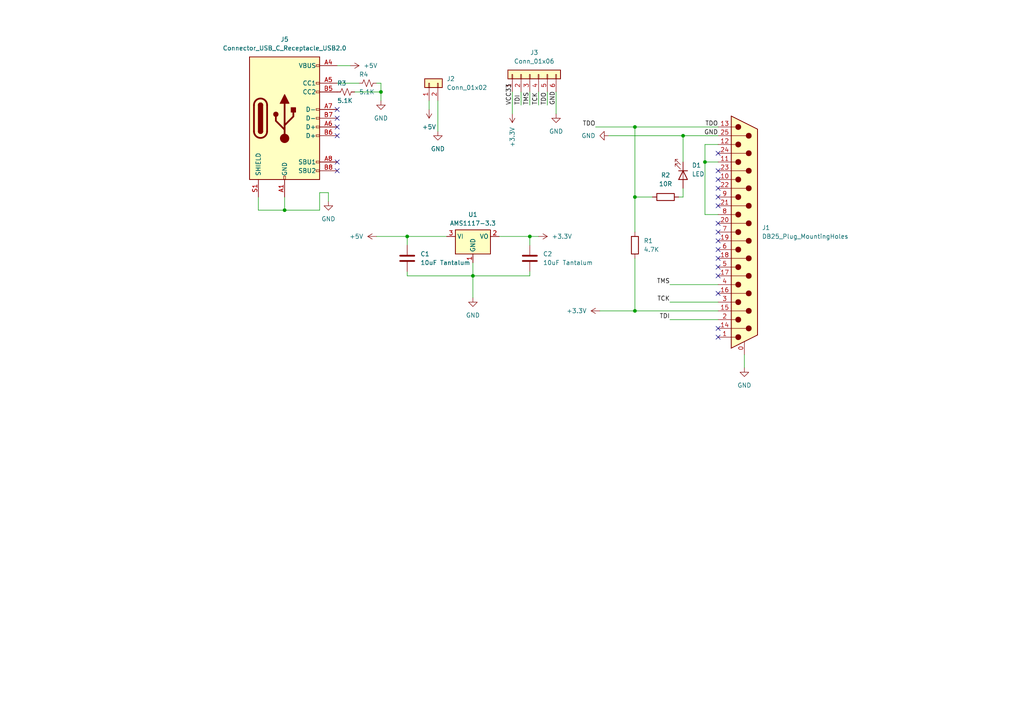
<source format=kicad_sch>
(kicad_sch (version 20230121) (generator eeschema)

  (uuid 150770a9-6a26-458d-bc17-5ba33fa5dc54)

  (paper "A4")

  (lib_symbols
    (symbol "Connector:DB25_Plug_MountingHoles" (pin_names (offset 1.016) hide) (in_bom yes) (on_board yes)
      (property "Reference" "J" (at 0 36.83 0)
        (effects (font (size 1.27 1.27)))
      )
      (property "Value" "DB25_Plug_MountingHoles" (at 0 34.925 0)
        (effects (font (size 1.27 1.27)))
      )
      (property "Footprint" "" (at 0 0 0)
        (effects (font (size 1.27 1.27)) hide)
      )
      (property "Datasheet" " ~" (at 0 0 0)
        (effects (font (size 1.27 1.27)) hide)
      )
      (property "ki_keywords" "male plug D-SUB connector" (at 0 0 0)
        (effects (font (size 1.27 1.27)) hide)
      )
      (property "ki_description" "25-pin male plug pin D-SUB connector, Mounting Hole" (at 0 0 0)
        (effects (font (size 1.27 1.27)) hide)
      )
      (property "ki_fp_filters" "DSUB*Male*" (at 0 0 0)
        (effects (font (size 1.27 1.27)) hide)
      )
      (symbol "DB25_Plug_MountingHoles_0_1"
        (circle (center -1.778 -30.48) (radius 0.762)
          (stroke (width 0) (type default))
          (fill (type outline))
        )
        (circle (center -1.778 -25.4) (radius 0.762)
          (stroke (width 0) (type default))
          (fill (type outline))
        )
        (circle (center -1.778 -20.32) (radius 0.762)
          (stroke (width 0) (type default))
          (fill (type outline))
        )
        (circle (center -1.778 -15.24) (radius 0.762)
          (stroke (width 0) (type default))
          (fill (type outline))
        )
        (circle (center -1.778 -10.16) (radius 0.762)
          (stroke (width 0) (type default))
          (fill (type outline))
        )
        (circle (center -1.778 -5.08) (radius 0.762)
          (stroke (width 0) (type default))
          (fill (type outline))
        )
        (circle (center -1.778 0) (radius 0.762)
          (stroke (width 0) (type default))
          (fill (type outline))
        )
        (circle (center -1.778 5.08) (radius 0.762)
          (stroke (width 0) (type default))
          (fill (type outline))
        )
        (circle (center -1.778 10.16) (radius 0.762)
          (stroke (width 0) (type default))
          (fill (type outline))
        )
        (circle (center -1.778 15.24) (radius 0.762)
          (stroke (width 0) (type default))
          (fill (type outline))
        )
        (circle (center -1.778 20.32) (radius 0.762)
          (stroke (width 0) (type default))
          (fill (type outline))
        )
        (circle (center -1.778 25.4) (radius 0.762)
          (stroke (width 0) (type default))
          (fill (type outline))
        )
        (circle (center -1.778 30.48) (radius 0.762)
          (stroke (width 0) (type default))
          (fill (type outline))
        )
        (polyline
          (pts
            (xy -3.81 -30.48)
            (xy -2.54 -30.48)
          )
          (stroke (width 0) (type default))
          (fill (type none))
        )
        (polyline
          (pts
            (xy -3.81 -27.94)
            (xy 0.508 -27.94)
          )
          (stroke (width 0) (type default))
          (fill (type none))
        )
        (polyline
          (pts
            (xy -3.81 -25.4)
            (xy -2.54 -25.4)
          )
          (stroke (width 0) (type default))
          (fill (type none))
        )
        (polyline
          (pts
            (xy -3.81 -22.86)
            (xy 0.508 -22.86)
          )
          (stroke (width 0) (type default))
          (fill (type none))
        )
        (polyline
          (pts
            (xy -3.81 -20.32)
            (xy -2.54 -20.32)
          )
          (stroke (width 0) (type default))
          (fill (type none))
        )
        (polyline
          (pts
            (xy -3.81 -17.78)
            (xy 0.508 -17.78)
          )
          (stroke (width 0) (type default))
          (fill (type none))
        )
        (polyline
          (pts
            (xy -3.81 -15.24)
            (xy -2.54 -15.24)
          )
          (stroke (width 0) (type default))
          (fill (type none))
        )
        (polyline
          (pts
            (xy -3.81 -12.7)
            (xy 0.508 -12.7)
          )
          (stroke (width 0) (type default))
          (fill (type none))
        )
        (polyline
          (pts
            (xy -3.81 -10.16)
            (xy -2.54 -10.16)
          )
          (stroke (width 0) (type default))
          (fill (type none))
        )
        (polyline
          (pts
            (xy -3.81 -7.62)
            (xy 0.508 -7.62)
          )
          (stroke (width 0) (type default))
          (fill (type none))
        )
        (polyline
          (pts
            (xy -3.81 -5.08)
            (xy -2.54 -5.08)
          )
          (stroke (width 0) (type default))
          (fill (type none))
        )
        (polyline
          (pts
            (xy -3.81 -2.54)
            (xy 0.508 -2.54)
          )
          (stroke (width 0) (type default))
          (fill (type none))
        )
        (polyline
          (pts
            (xy -3.81 0)
            (xy -2.54 0)
          )
          (stroke (width 0) (type default))
          (fill (type none))
        )
        (polyline
          (pts
            (xy -3.81 2.54)
            (xy 0.508 2.54)
          )
          (stroke (width 0) (type default))
          (fill (type none))
        )
        (polyline
          (pts
            (xy -3.81 5.08)
            (xy -2.54 5.08)
          )
          (stroke (width 0) (type default))
          (fill (type none))
        )
        (polyline
          (pts
            (xy -3.81 7.62)
            (xy 0.508 7.62)
          )
          (stroke (width 0) (type default))
          (fill (type none))
        )
        (polyline
          (pts
            (xy -3.81 10.16)
            (xy -2.54 10.16)
          )
          (stroke (width 0) (type default))
          (fill (type none))
        )
        (polyline
          (pts
            (xy -3.81 12.7)
            (xy 0.508 12.7)
          )
          (stroke (width 0) (type default))
          (fill (type none))
        )
        (polyline
          (pts
            (xy -3.81 15.24)
            (xy -2.54 15.24)
          )
          (stroke (width 0) (type default))
          (fill (type none))
        )
        (polyline
          (pts
            (xy -3.81 17.78)
            (xy 0.508 17.78)
          )
          (stroke (width 0) (type default))
          (fill (type none))
        )
        (polyline
          (pts
            (xy -3.81 20.32)
            (xy -2.54 20.32)
          )
          (stroke (width 0) (type default))
          (fill (type none))
        )
        (polyline
          (pts
            (xy -3.81 22.86)
            (xy 0.508 22.86)
          )
          (stroke (width 0) (type default))
          (fill (type none))
        )
        (polyline
          (pts
            (xy -3.81 25.4)
            (xy -2.54 25.4)
          )
          (stroke (width 0) (type default))
          (fill (type none))
        )
        (polyline
          (pts
            (xy -3.81 27.94)
            (xy 0.508 27.94)
          )
          (stroke (width 0) (type default))
          (fill (type none))
        )
        (polyline
          (pts
            (xy -3.81 30.48)
            (xy -2.54 30.48)
          )
          (stroke (width 0) (type default))
          (fill (type none))
        )
        (polyline
          (pts
            (xy -3.81 -33.655)
            (xy 3.81 -29.845)
            (xy 3.81 29.845)
            (xy -3.81 33.655)
            (xy -3.81 -33.655)
          )
          (stroke (width 0.254) (type default))
          (fill (type background))
        )
        (circle (center 1.27 -27.94) (radius 0.762)
          (stroke (width 0) (type default))
          (fill (type outline))
        )
        (circle (center 1.27 -22.86) (radius 0.762)
          (stroke (width 0) (type default))
          (fill (type outline))
        )
        (circle (center 1.27 -17.78) (radius 0.762)
          (stroke (width 0) (type default))
          (fill (type outline))
        )
        (circle (center 1.27 -12.7) (radius 0.762)
          (stroke (width 0) (type default))
          (fill (type outline))
        )
        (circle (center 1.27 -7.62) (radius 0.762)
          (stroke (width 0) (type default))
          (fill (type outline))
        )
        (circle (center 1.27 -2.54) (radius 0.762)
          (stroke (width 0) (type default))
          (fill (type outline))
        )
        (circle (center 1.27 2.54) (radius 0.762)
          (stroke (width 0) (type default))
          (fill (type outline))
        )
        (circle (center 1.27 7.62) (radius 0.762)
          (stroke (width 0) (type default))
          (fill (type outline))
        )
        (circle (center 1.27 12.7) (radius 0.762)
          (stroke (width 0) (type default))
          (fill (type outline))
        )
        (circle (center 1.27 17.78) (radius 0.762)
          (stroke (width 0) (type default))
          (fill (type outline))
        )
        (circle (center 1.27 22.86) (radius 0.762)
          (stroke (width 0) (type default))
          (fill (type outline))
        )
        (circle (center 1.27 27.94) (radius 0.762)
          (stroke (width 0) (type default))
          (fill (type outline))
        )
      )
      (symbol "DB25_Plug_MountingHoles_1_1"
        (pin passive line (at 0 -35.56 90) (length 3.81)
          (name "PAD" (effects (font (size 1.27 1.27))))
          (number "0" (effects (font (size 1.27 1.27))))
        )
        (pin passive line (at -7.62 -30.48 0) (length 3.81)
          (name "1" (effects (font (size 1.27 1.27))))
          (number "1" (effects (font (size 1.27 1.27))))
        )
        (pin passive line (at -7.62 15.24 0) (length 3.81)
          (name "10" (effects (font (size 1.27 1.27))))
          (number "10" (effects (font (size 1.27 1.27))))
        )
        (pin passive line (at -7.62 20.32 0) (length 3.81)
          (name "11" (effects (font (size 1.27 1.27))))
          (number "11" (effects (font (size 1.27 1.27))))
        )
        (pin passive line (at -7.62 25.4 0) (length 3.81)
          (name "12" (effects (font (size 1.27 1.27))))
          (number "12" (effects (font (size 1.27 1.27))))
        )
        (pin passive line (at -7.62 30.48 0) (length 3.81)
          (name "13" (effects (font (size 1.27 1.27))))
          (number "13" (effects (font (size 1.27 1.27))))
        )
        (pin passive line (at -7.62 -27.94 0) (length 3.81)
          (name "P14" (effects (font (size 1.27 1.27))))
          (number "14" (effects (font (size 1.27 1.27))))
        )
        (pin passive line (at -7.62 -22.86 0) (length 3.81)
          (name "P15" (effects (font (size 1.27 1.27))))
          (number "15" (effects (font (size 1.27 1.27))))
        )
        (pin passive line (at -7.62 -17.78 0) (length 3.81)
          (name "P16" (effects (font (size 1.27 1.27))))
          (number "16" (effects (font (size 1.27 1.27))))
        )
        (pin passive line (at -7.62 -12.7 0) (length 3.81)
          (name "P17" (effects (font (size 1.27 1.27))))
          (number "17" (effects (font (size 1.27 1.27))))
        )
        (pin passive line (at -7.62 -7.62 0) (length 3.81)
          (name "P18" (effects (font (size 1.27 1.27))))
          (number "18" (effects (font (size 1.27 1.27))))
        )
        (pin passive line (at -7.62 -2.54 0) (length 3.81)
          (name "P19" (effects (font (size 1.27 1.27))))
          (number "19" (effects (font (size 1.27 1.27))))
        )
        (pin passive line (at -7.62 -25.4 0) (length 3.81)
          (name "2" (effects (font (size 1.27 1.27))))
          (number "2" (effects (font (size 1.27 1.27))))
        )
        (pin passive line (at -7.62 2.54 0) (length 3.81)
          (name "P20" (effects (font (size 1.27 1.27))))
          (number "20" (effects (font (size 1.27 1.27))))
        )
        (pin passive line (at -7.62 7.62 0) (length 3.81)
          (name "P21" (effects (font (size 1.27 1.27))))
          (number "21" (effects (font (size 1.27 1.27))))
        )
        (pin passive line (at -7.62 12.7 0) (length 3.81)
          (name "P22" (effects (font (size 1.27 1.27))))
          (number "22" (effects (font (size 1.27 1.27))))
        )
        (pin passive line (at -7.62 17.78 0) (length 3.81)
          (name "P23" (effects (font (size 1.27 1.27))))
          (number "23" (effects (font (size 1.27 1.27))))
        )
        (pin passive line (at -7.62 22.86 0) (length 3.81)
          (name "P24" (effects (font (size 1.27 1.27))))
          (number "24" (effects (font (size 1.27 1.27))))
        )
        (pin passive line (at -7.62 27.94 0) (length 3.81)
          (name "P25" (effects (font (size 1.27 1.27))))
          (number "25" (effects (font (size 1.27 1.27))))
        )
        (pin passive line (at -7.62 -20.32 0) (length 3.81)
          (name "3" (effects (font (size 1.27 1.27))))
          (number "3" (effects (font (size 1.27 1.27))))
        )
        (pin passive line (at -7.62 -15.24 0) (length 3.81)
          (name "4" (effects (font (size 1.27 1.27))))
          (number "4" (effects (font (size 1.27 1.27))))
        )
        (pin passive line (at -7.62 -10.16 0) (length 3.81)
          (name "5" (effects (font (size 1.27 1.27))))
          (number "5" (effects (font (size 1.27 1.27))))
        )
        (pin passive line (at -7.62 -5.08 0) (length 3.81)
          (name "6" (effects (font (size 1.27 1.27))))
          (number "6" (effects (font (size 1.27 1.27))))
        )
        (pin passive line (at -7.62 0 0) (length 3.81)
          (name "7" (effects (font (size 1.27 1.27))))
          (number "7" (effects (font (size 1.27 1.27))))
        )
        (pin passive line (at -7.62 5.08 0) (length 3.81)
          (name "8" (effects (font (size 1.27 1.27))))
          (number "8" (effects (font (size 1.27 1.27))))
        )
        (pin passive line (at -7.62 10.16 0) (length 3.81)
          (name "9" (effects (font (size 1.27 1.27))))
          (number "9" (effects (font (size 1.27 1.27))))
        )
      )
    )
    (symbol "Connector_Generic:Conn_01x02" (pin_names (offset 1.016) hide) (in_bom yes) (on_board yes)
      (property "Reference" "J" (at 0 2.54 0)
        (effects (font (size 1.27 1.27)))
      )
      (property "Value" "Conn_01x02" (at 0 -5.08 0)
        (effects (font (size 1.27 1.27)))
      )
      (property "Footprint" "" (at 0 0 0)
        (effects (font (size 1.27 1.27)) hide)
      )
      (property "Datasheet" "~" (at 0 0 0)
        (effects (font (size 1.27 1.27)) hide)
      )
      (property "ki_keywords" "connector" (at 0 0 0)
        (effects (font (size 1.27 1.27)) hide)
      )
      (property "ki_description" "Generic connector, single row, 01x02, script generated (kicad-library-utils/schlib/autogen/connector/)" (at 0 0 0)
        (effects (font (size 1.27 1.27)) hide)
      )
      (property "ki_fp_filters" "Connector*:*_1x??_*" (at 0 0 0)
        (effects (font (size 1.27 1.27)) hide)
      )
      (symbol "Conn_01x02_1_1"
        (rectangle (start -1.27 -2.413) (end 0 -2.667)
          (stroke (width 0.1524) (type default))
          (fill (type none))
        )
        (rectangle (start -1.27 0.127) (end 0 -0.127)
          (stroke (width 0.1524) (type default))
          (fill (type none))
        )
        (rectangle (start -1.27 1.27) (end 1.27 -3.81)
          (stroke (width 0.254) (type default))
          (fill (type background))
        )
        (pin passive line (at -5.08 0 0) (length 3.81)
          (name "Pin_1" (effects (font (size 1.27 1.27))))
          (number "1" (effects (font (size 1.27 1.27))))
        )
        (pin passive line (at -5.08 -2.54 0) (length 3.81)
          (name "Pin_2" (effects (font (size 1.27 1.27))))
          (number "2" (effects (font (size 1.27 1.27))))
        )
      )
    )
    (symbol "Connector_Generic:Conn_01x06" (pin_names (offset 1.016) hide) (in_bom yes) (on_board yes)
      (property "Reference" "J" (at 0 7.62 0)
        (effects (font (size 1.27 1.27)))
      )
      (property "Value" "Conn_01x06" (at 0 -10.16 0)
        (effects (font (size 1.27 1.27)))
      )
      (property "Footprint" "" (at 0 0 0)
        (effects (font (size 1.27 1.27)) hide)
      )
      (property "Datasheet" "~" (at 0 0 0)
        (effects (font (size 1.27 1.27)) hide)
      )
      (property "ki_keywords" "connector" (at 0 0 0)
        (effects (font (size 1.27 1.27)) hide)
      )
      (property "ki_description" "Generic connector, single row, 01x06, script generated (kicad-library-utils/schlib/autogen/connector/)" (at 0 0 0)
        (effects (font (size 1.27 1.27)) hide)
      )
      (property "ki_fp_filters" "Connector*:*_1x??_*" (at 0 0 0)
        (effects (font (size 1.27 1.27)) hide)
      )
      (symbol "Conn_01x06_1_1"
        (rectangle (start -1.27 -7.493) (end 0 -7.747)
          (stroke (width 0.1524) (type default))
          (fill (type none))
        )
        (rectangle (start -1.27 -4.953) (end 0 -5.207)
          (stroke (width 0.1524) (type default))
          (fill (type none))
        )
        (rectangle (start -1.27 -2.413) (end 0 -2.667)
          (stroke (width 0.1524) (type default))
          (fill (type none))
        )
        (rectangle (start -1.27 0.127) (end 0 -0.127)
          (stroke (width 0.1524) (type default))
          (fill (type none))
        )
        (rectangle (start -1.27 2.667) (end 0 2.413)
          (stroke (width 0.1524) (type default))
          (fill (type none))
        )
        (rectangle (start -1.27 5.207) (end 0 4.953)
          (stroke (width 0.1524) (type default))
          (fill (type none))
        )
        (rectangle (start -1.27 6.35) (end 1.27 -8.89)
          (stroke (width 0.254) (type default))
          (fill (type background))
        )
        (pin passive line (at -5.08 5.08 0) (length 3.81)
          (name "Pin_1" (effects (font (size 1.27 1.27))))
          (number "1" (effects (font (size 1.27 1.27))))
        )
        (pin passive line (at -5.08 2.54 0) (length 3.81)
          (name "Pin_2" (effects (font (size 1.27 1.27))))
          (number "2" (effects (font (size 1.27 1.27))))
        )
        (pin passive line (at -5.08 0 0) (length 3.81)
          (name "Pin_3" (effects (font (size 1.27 1.27))))
          (number "3" (effects (font (size 1.27 1.27))))
        )
        (pin passive line (at -5.08 -2.54 0) (length 3.81)
          (name "Pin_4" (effects (font (size 1.27 1.27))))
          (number "4" (effects (font (size 1.27 1.27))))
        )
        (pin passive line (at -5.08 -5.08 0) (length 3.81)
          (name "Pin_5" (effects (font (size 1.27 1.27))))
          (number "5" (effects (font (size 1.27 1.27))))
        )
        (pin passive line (at -5.08 -7.62 0) (length 3.81)
          (name "Pin_6" (effects (font (size 1.27 1.27))))
          (number "6" (effects (font (size 1.27 1.27))))
        )
      )
    )
    (symbol "Device:C" (pin_numbers hide) (pin_names (offset 0.254)) (in_bom yes) (on_board yes)
      (property "Reference" "C" (at 0.635 2.54 0)
        (effects (font (size 1.27 1.27)) (justify left))
      )
      (property "Value" "C" (at 0.635 -2.54 0)
        (effects (font (size 1.27 1.27)) (justify left))
      )
      (property "Footprint" "" (at 0.9652 -3.81 0)
        (effects (font (size 1.27 1.27)) hide)
      )
      (property "Datasheet" "~" (at 0 0 0)
        (effects (font (size 1.27 1.27)) hide)
      )
      (property "ki_keywords" "cap capacitor" (at 0 0 0)
        (effects (font (size 1.27 1.27)) hide)
      )
      (property "ki_description" "Unpolarized capacitor" (at 0 0 0)
        (effects (font (size 1.27 1.27)) hide)
      )
      (property "ki_fp_filters" "C_*" (at 0 0 0)
        (effects (font (size 1.27 1.27)) hide)
      )
      (symbol "C_0_1"
        (polyline
          (pts
            (xy -2.032 -0.762)
            (xy 2.032 -0.762)
          )
          (stroke (width 0.508) (type default))
          (fill (type none))
        )
        (polyline
          (pts
            (xy -2.032 0.762)
            (xy 2.032 0.762)
          )
          (stroke (width 0.508) (type default))
          (fill (type none))
        )
      )
      (symbol "C_1_1"
        (pin passive line (at 0 3.81 270) (length 2.794)
          (name "~" (effects (font (size 1.27 1.27))))
          (number "1" (effects (font (size 1.27 1.27))))
        )
        (pin passive line (at 0 -3.81 90) (length 2.794)
          (name "~" (effects (font (size 1.27 1.27))))
          (number "2" (effects (font (size 1.27 1.27))))
        )
      )
    )
    (symbol "Device:LED" (pin_numbers hide) (pin_names (offset 1.016) hide) (in_bom yes) (on_board yes)
      (property "Reference" "D" (at 0 2.54 0)
        (effects (font (size 1.27 1.27)))
      )
      (property "Value" "LED" (at 0 -2.54 0)
        (effects (font (size 1.27 1.27)))
      )
      (property "Footprint" "" (at 0 0 0)
        (effects (font (size 1.27 1.27)) hide)
      )
      (property "Datasheet" "~" (at 0 0 0)
        (effects (font (size 1.27 1.27)) hide)
      )
      (property "ki_keywords" "LED diode" (at 0 0 0)
        (effects (font (size 1.27 1.27)) hide)
      )
      (property "ki_description" "Light emitting diode" (at 0 0 0)
        (effects (font (size 1.27 1.27)) hide)
      )
      (property "ki_fp_filters" "LED* LED_SMD:* LED_THT:*" (at 0 0 0)
        (effects (font (size 1.27 1.27)) hide)
      )
      (symbol "LED_0_1"
        (polyline
          (pts
            (xy -1.27 -1.27)
            (xy -1.27 1.27)
          )
          (stroke (width 0.254) (type default))
          (fill (type none))
        )
        (polyline
          (pts
            (xy -1.27 0)
            (xy 1.27 0)
          )
          (stroke (width 0) (type default))
          (fill (type none))
        )
        (polyline
          (pts
            (xy 1.27 -1.27)
            (xy 1.27 1.27)
            (xy -1.27 0)
            (xy 1.27 -1.27)
          )
          (stroke (width 0.254) (type default))
          (fill (type none))
        )
        (polyline
          (pts
            (xy -3.048 -0.762)
            (xy -4.572 -2.286)
            (xy -3.81 -2.286)
            (xy -4.572 -2.286)
            (xy -4.572 -1.524)
          )
          (stroke (width 0) (type default))
          (fill (type none))
        )
        (polyline
          (pts
            (xy -1.778 -0.762)
            (xy -3.302 -2.286)
            (xy -2.54 -2.286)
            (xy -3.302 -2.286)
            (xy -3.302 -1.524)
          )
          (stroke (width 0) (type default))
          (fill (type none))
        )
      )
      (symbol "LED_1_1"
        (pin passive line (at -3.81 0 0) (length 2.54)
          (name "K" (effects (font (size 1.27 1.27))))
          (number "1" (effects (font (size 1.27 1.27))))
        )
        (pin passive line (at 3.81 0 180) (length 2.54)
          (name "A" (effects (font (size 1.27 1.27))))
          (number "2" (effects (font (size 1.27 1.27))))
        )
      )
    )
    (symbol "Device:R" (pin_numbers hide) (pin_names (offset 0)) (in_bom yes) (on_board yes)
      (property "Reference" "R" (at 2.032 0 90)
        (effects (font (size 1.27 1.27)))
      )
      (property "Value" "R" (at 0 0 90)
        (effects (font (size 1.27 1.27)))
      )
      (property "Footprint" "" (at -1.778 0 90)
        (effects (font (size 1.27 1.27)) hide)
      )
      (property "Datasheet" "~" (at 0 0 0)
        (effects (font (size 1.27 1.27)) hide)
      )
      (property "ki_keywords" "R res resistor" (at 0 0 0)
        (effects (font (size 1.27 1.27)) hide)
      )
      (property "ki_description" "Resistor" (at 0 0 0)
        (effects (font (size 1.27 1.27)) hide)
      )
      (property "ki_fp_filters" "R_*" (at 0 0 0)
        (effects (font (size 1.27 1.27)) hide)
      )
      (symbol "R_0_1"
        (rectangle (start -1.016 -2.54) (end 1.016 2.54)
          (stroke (width 0.254) (type default))
          (fill (type none))
        )
      )
      (symbol "R_1_1"
        (pin passive line (at 0 3.81 270) (length 1.27)
          (name "~" (effects (font (size 1.27 1.27))))
          (number "1" (effects (font (size 1.27 1.27))))
        )
        (pin passive line (at 0 -3.81 90) (length 1.27)
          (name "~" (effects (font (size 1.27 1.27))))
          (number "2" (effects (font (size 1.27 1.27))))
        )
      )
    )
    (symbol "Device:R_Small_US" (pin_numbers hide) (pin_names (offset 0.254) hide) (in_bom yes) (on_board yes)
      (property "Reference" "R" (at 0.762 0.508 0)
        (effects (font (size 1.27 1.27)) (justify left))
      )
      (property "Value" "R_Small_US" (at 0.762 -1.016 0)
        (effects (font (size 1.27 1.27)) (justify left))
      )
      (property "Footprint" "" (at 0 0 0)
        (effects (font (size 1.27 1.27)) hide)
      )
      (property "Datasheet" "~" (at 0 0 0)
        (effects (font (size 1.27 1.27)) hide)
      )
      (property "ki_keywords" "r resistor" (at 0 0 0)
        (effects (font (size 1.27 1.27)) hide)
      )
      (property "ki_description" "Resistor, small US symbol" (at 0 0 0)
        (effects (font (size 1.27 1.27)) hide)
      )
      (property "ki_fp_filters" "R_*" (at 0 0 0)
        (effects (font (size 1.27 1.27)) hide)
      )
      (symbol "R_Small_US_1_1"
        (polyline
          (pts
            (xy 0 0)
            (xy 1.016 -0.381)
            (xy 0 -0.762)
            (xy -1.016 -1.143)
            (xy 0 -1.524)
          )
          (stroke (width 0) (type default))
          (fill (type none))
        )
        (polyline
          (pts
            (xy 0 1.524)
            (xy 1.016 1.143)
            (xy 0 0.762)
            (xy -1.016 0.381)
            (xy 0 0)
          )
          (stroke (width 0) (type default))
          (fill (type none))
        )
        (pin passive line (at 0 2.54 270) (length 1.016)
          (name "~" (effects (font (size 1.27 1.27))))
          (number "1" (effects (font (size 1.27 1.27))))
        )
        (pin passive line (at 0 -2.54 90) (length 1.016)
          (name "~" (effects (font (size 1.27 1.27))))
          (number "2" (effects (font (size 1.27 1.27))))
        )
      )
    )
    (symbol "Regulator_Linear:AMS1117-3.3" (in_bom yes) (on_board yes)
      (property "Reference" "U" (at -3.81 3.175 0)
        (effects (font (size 1.27 1.27)))
      )
      (property "Value" "AMS1117-3.3" (at 0 3.175 0)
        (effects (font (size 1.27 1.27)) (justify left))
      )
      (property "Footprint" "Package_TO_SOT_SMD:SOT-223-3_TabPin2" (at 0 5.08 0)
        (effects (font (size 1.27 1.27)) hide)
      )
      (property "Datasheet" "http://www.advanced-monolithic.com/pdf/ds1117.pdf" (at 2.54 -6.35 0)
        (effects (font (size 1.27 1.27)) hide)
      )
      (property "ki_keywords" "linear regulator ldo fixed positive" (at 0 0 0)
        (effects (font (size 1.27 1.27)) hide)
      )
      (property "ki_description" "1A Low Dropout regulator, positive, 3.3V fixed output, SOT-223" (at 0 0 0)
        (effects (font (size 1.27 1.27)) hide)
      )
      (property "ki_fp_filters" "SOT?223*TabPin2*" (at 0 0 0)
        (effects (font (size 1.27 1.27)) hide)
      )
      (symbol "AMS1117-3.3_0_1"
        (rectangle (start -5.08 -5.08) (end 5.08 1.905)
          (stroke (width 0.254) (type default))
          (fill (type background))
        )
      )
      (symbol "AMS1117-3.3_1_1"
        (pin power_in line (at 0 -7.62 90) (length 2.54)
          (name "GND" (effects (font (size 1.27 1.27))))
          (number "1" (effects (font (size 1.27 1.27))))
        )
        (pin power_out line (at 7.62 0 180) (length 2.54)
          (name "VO" (effects (font (size 1.27 1.27))))
          (number "2" (effects (font (size 1.27 1.27))))
        )
        (pin power_in line (at -7.62 0 0) (length 2.54)
          (name "VI" (effects (font (size 1.27 1.27))))
          (number "3" (effects (font (size 1.27 1.27))))
        )
      )
    )
    (symbol "USB-C-USB-2.0-rescue:USB_C_Receptacle_USB2.0-Connector" (pin_names (offset 1.016)) (in_bom yes) (on_board yes)
      (property "Reference" "J" (at -10.16 19.05 0)
        (effects (font (size 1.27 1.27)) (justify left))
      )
      (property "Value" "Connector_USB_C_Receptacle_USB2.0" (at 19.05 19.05 0)
        (effects (font (size 1.27 1.27)) (justify right))
      )
      (property "Footprint" "" (at 3.81 0 0)
        (effects (font (size 1.27 1.27)) hide)
      )
      (property "Datasheet" "" (at 3.81 0 0)
        (effects (font (size 1.27 1.27)) hide)
      )
      (property "ki_fp_filters" "USB*C*Receptacle*" (at 0 0 0)
        (effects (font (size 1.27 1.27)) hide)
      )
      (symbol "USB_C_Receptacle_USB2.0-Connector_0_0"
        (rectangle (start -0.254 -17.78) (end 0.254 -16.764)
          (stroke (width 0) (type solid))
          (fill (type none))
        )
        (rectangle (start 10.16 -14.986) (end 9.144 -15.494)
          (stroke (width 0) (type solid))
          (fill (type none))
        )
        (rectangle (start 10.16 -12.446) (end 9.144 -12.954)
          (stroke (width 0) (type solid))
          (fill (type none))
        )
        (rectangle (start 10.16 -4.826) (end 9.144 -5.334)
          (stroke (width 0) (type solid))
          (fill (type none))
        )
        (rectangle (start 10.16 -2.286) (end 9.144 -2.794)
          (stroke (width 0) (type solid))
          (fill (type none))
        )
        (rectangle (start 10.16 0.254) (end 9.144 -0.254)
          (stroke (width 0) (type solid))
          (fill (type none))
        )
        (rectangle (start 10.16 2.794) (end 9.144 2.286)
          (stroke (width 0) (type solid))
          (fill (type none))
        )
        (rectangle (start 10.16 7.874) (end 9.144 7.366)
          (stroke (width 0) (type solid))
          (fill (type none))
        )
        (rectangle (start 10.16 10.414) (end 9.144 9.906)
          (stroke (width 0) (type solid))
          (fill (type none))
        )
        (rectangle (start 10.16 15.494) (end 9.144 14.986)
          (stroke (width 0) (type solid))
          (fill (type none))
        )
      )
      (symbol "USB_C_Receptacle_USB2.0-Connector_0_1"
        (rectangle (start -10.16 17.78) (end 10.16 -17.78)
          (stroke (width 0.254) (type solid))
          (fill (type background))
        )
        (arc (start -8.89 -3.81) (mid -6.985 -5.7067) (end -5.08 -3.81)
          (stroke (width 0.508) (type solid))
          (fill (type none))
        )
        (arc (start -7.62 -3.81) (mid -6.985 -4.4423) (end -6.35 -3.81)
          (stroke (width 0.254) (type solid))
          (fill (type none))
        )
        (arc (start -7.62 -3.81) (mid -6.985 -4.4423) (end -6.35 -3.81)
          (stroke (width 0.254) (type solid))
          (fill (type outline))
        )
        (rectangle (start -7.62 -3.81) (end -6.35 3.81)
          (stroke (width 0.254) (type solid))
          (fill (type outline))
        )
        (arc (start -6.35 3.81) (mid -6.985 4.4423) (end -7.62 3.81)
          (stroke (width 0.254) (type solid))
          (fill (type none))
        )
        (arc (start -6.35 3.81) (mid -6.985 4.4423) (end -7.62 3.81)
          (stroke (width 0.254) (type solid))
          (fill (type outline))
        )
        (arc (start -5.08 3.81) (mid -6.985 5.7067) (end -8.89 3.81)
          (stroke (width 0.508) (type solid))
          (fill (type none))
        )
        (circle (center -2.54 1.143) (radius 0.635)
          (stroke (width 0.254) (type solid))
          (fill (type outline))
        )
        (circle (center 0 -5.842) (radius 1.27)
          (stroke (width 0) (type solid))
          (fill (type outline))
        )
        (polyline
          (pts
            (xy -8.89 -3.81)
            (xy -8.89 3.81)
          )
          (stroke (width 0.508) (type solid))
          (fill (type none))
        )
        (polyline
          (pts
            (xy -5.08 3.81)
            (xy -5.08 -3.81)
          )
          (stroke (width 0.508) (type solid))
          (fill (type none))
        )
        (polyline
          (pts
            (xy 0 -5.842)
            (xy 0 4.318)
          )
          (stroke (width 0.508) (type solid))
          (fill (type none))
        )
        (polyline
          (pts
            (xy 0 -3.302)
            (xy -2.54 -0.762)
            (xy -2.54 0.508)
          )
          (stroke (width 0.508) (type solid))
          (fill (type none))
        )
        (polyline
          (pts
            (xy 0 -2.032)
            (xy 2.54 0.508)
            (xy 2.54 1.778)
          )
          (stroke (width 0.508) (type solid))
          (fill (type none))
        )
        (polyline
          (pts
            (xy -1.27 4.318)
            (xy 0 6.858)
            (xy 1.27 4.318)
            (xy -1.27 4.318)
          )
          (stroke (width 0.254) (type solid))
          (fill (type outline))
        )
        (rectangle (start 1.905 1.778) (end 3.175 3.048)
          (stroke (width 0.254) (type solid))
          (fill (type outline))
        )
      )
      (symbol "USB_C_Receptacle_USB2.0-Connector_1_1"
        (pin power_in line (at 0 -22.86 90) (length 5.08)
          (name "GND" (effects (font (size 1.27 1.27))))
          (number "A1" (effects (font (size 1.27 1.27))))
        )
        (pin power_in line (at 0 -22.86 90) (length 5.08) hide
          (name "GND" (effects (font (size 1.27 1.27))))
          (number "A12" (effects (font (size 1.27 1.27))))
        )
        (pin power_in line (at 15.24 15.24 180) (length 5.08)
          (name "VBUS" (effects (font (size 1.27 1.27))))
          (number "A4" (effects (font (size 1.27 1.27))))
        )
        (pin bidirectional line (at 15.24 10.16 180) (length 5.08)
          (name "CC1" (effects (font (size 1.27 1.27))))
          (number "A5" (effects (font (size 1.27 1.27))))
        )
        (pin bidirectional line (at 15.24 -2.54 180) (length 5.08)
          (name "D+" (effects (font (size 1.27 1.27))))
          (number "A6" (effects (font (size 1.27 1.27))))
        )
        (pin bidirectional line (at 15.24 2.54 180) (length 5.08)
          (name "D-" (effects (font (size 1.27 1.27))))
          (number "A7" (effects (font (size 1.27 1.27))))
        )
        (pin bidirectional line (at 15.24 -12.7 180) (length 5.08)
          (name "SBU1" (effects (font (size 1.27 1.27))))
          (number "A8" (effects (font (size 1.27 1.27))))
        )
        (pin power_in line (at 15.24 15.24 180) (length 5.08) hide
          (name "VBUS" (effects (font (size 1.27 1.27))))
          (number "A9" (effects (font (size 1.27 1.27))))
        )
        (pin power_in line (at 0 -22.86 90) (length 5.08) hide
          (name "GND" (effects (font (size 1.27 1.27))))
          (number "B1" (effects (font (size 1.27 1.27))))
        )
        (pin power_in line (at 0 -22.86 90) (length 5.08) hide
          (name "GND" (effects (font (size 1.27 1.27))))
          (number "B12" (effects (font (size 1.27 1.27))))
        )
        (pin power_in line (at 15.24 15.24 180) (length 5.08) hide
          (name "VBUS" (effects (font (size 1.27 1.27))))
          (number "B4" (effects (font (size 1.27 1.27))))
        )
        (pin bidirectional line (at 15.24 7.62 180) (length 5.08)
          (name "CC2" (effects (font (size 1.27 1.27))))
          (number "B5" (effects (font (size 1.27 1.27))))
        )
        (pin bidirectional line (at 15.24 -5.08 180) (length 5.08)
          (name "D+" (effects (font (size 1.27 1.27))))
          (number "B6" (effects (font (size 1.27 1.27))))
        )
        (pin bidirectional line (at 15.24 0 180) (length 5.08)
          (name "D-" (effects (font (size 1.27 1.27))))
          (number "B7" (effects (font (size 1.27 1.27))))
        )
        (pin bidirectional line (at 15.24 -15.24 180) (length 5.08)
          (name "SBU2" (effects (font (size 1.27 1.27))))
          (number "B8" (effects (font (size 1.27 1.27))))
        )
        (pin power_in line (at 15.24 15.24 180) (length 5.08) hide
          (name "VBUS" (effects (font (size 1.27 1.27))))
          (number "B9" (effects (font (size 1.27 1.27))))
        )
        (pin passive line (at -7.62 -22.86 90) (length 5.08)
          (name "SHIELD" (effects (font (size 1.27 1.27))))
          (number "S1" (effects (font (size 1.27 1.27))))
        )
      )
    )
    (symbol "power:+3.3V" (power) (pin_names (offset 0)) (in_bom yes) (on_board yes)
      (property "Reference" "#PWR" (at 0 -3.81 0)
        (effects (font (size 1.27 1.27)) hide)
      )
      (property "Value" "+3.3V" (at 0 3.556 0)
        (effects (font (size 1.27 1.27)))
      )
      (property "Footprint" "" (at 0 0 0)
        (effects (font (size 1.27 1.27)) hide)
      )
      (property "Datasheet" "" (at 0 0 0)
        (effects (font (size 1.27 1.27)) hide)
      )
      (property "ki_keywords" "global power" (at 0 0 0)
        (effects (font (size 1.27 1.27)) hide)
      )
      (property "ki_description" "Power symbol creates a global label with name \"+3.3V\"" (at 0 0 0)
        (effects (font (size 1.27 1.27)) hide)
      )
      (symbol "+3.3V_0_1"
        (polyline
          (pts
            (xy -0.762 1.27)
            (xy 0 2.54)
          )
          (stroke (width 0) (type default))
          (fill (type none))
        )
        (polyline
          (pts
            (xy 0 0)
            (xy 0 2.54)
          )
          (stroke (width 0) (type default))
          (fill (type none))
        )
        (polyline
          (pts
            (xy 0 2.54)
            (xy 0.762 1.27)
          )
          (stroke (width 0) (type default))
          (fill (type none))
        )
      )
      (symbol "+3.3V_1_1"
        (pin power_in line (at 0 0 90) (length 0) hide
          (name "+3.3V" (effects (font (size 1.27 1.27))))
          (number "1" (effects (font (size 1.27 1.27))))
        )
      )
    )
    (symbol "power:+5V" (power) (pin_names (offset 0)) (in_bom yes) (on_board yes)
      (property "Reference" "#PWR" (at 0 -3.81 0)
        (effects (font (size 1.27 1.27)) hide)
      )
      (property "Value" "+5V" (at 0 3.556 0)
        (effects (font (size 1.27 1.27)))
      )
      (property "Footprint" "" (at 0 0 0)
        (effects (font (size 1.27 1.27)) hide)
      )
      (property "Datasheet" "" (at 0 0 0)
        (effects (font (size 1.27 1.27)) hide)
      )
      (property "ki_keywords" "global power" (at 0 0 0)
        (effects (font (size 1.27 1.27)) hide)
      )
      (property "ki_description" "Power symbol creates a global label with name \"+5V\"" (at 0 0 0)
        (effects (font (size 1.27 1.27)) hide)
      )
      (symbol "+5V_0_1"
        (polyline
          (pts
            (xy -0.762 1.27)
            (xy 0 2.54)
          )
          (stroke (width 0) (type default))
          (fill (type none))
        )
        (polyline
          (pts
            (xy 0 0)
            (xy 0 2.54)
          )
          (stroke (width 0) (type default))
          (fill (type none))
        )
        (polyline
          (pts
            (xy 0 2.54)
            (xy 0.762 1.27)
          )
          (stroke (width 0) (type default))
          (fill (type none))
        )
      )
      (symbol "+5V_1_1"
        (pin power_in line (at 0 0 90) (length 0) hide
          (name "+5V" (effects (font (size 1.27 1.27))))
          (number "1" (effects (font (size 1.27 1.27))))
        )
      )
    )
    (symbol "power:GND" (power) (pin_names (offset 0)) (in_bom yes) (on_board yes)
      (property "Reference" "#PWR" (at 0 -6.35 0)
        (effects (font (size 1.27 1.27)) hide)
      )
      (property "Value" "GND" (at 0 -3.81 0)
        (effects (font (size 1.27 1.27)))
      )
      (property "Footprint" "" (at 0 0 0)
        (effects (font (size 1.27 1.27)) hide)
      )
      (property "Datasheet" "" (at 0 0 0)
        (effects (font (size 1.27 1.27)) hide)
      )
      (property "ki_keywords" "global power" (at 0 0 0)
        (effects (font (size 1.27 1.27)) hide)
      )
      (property "ki_description" "Power symbol creates a global label with name \"GND\" , ground" (at 0 0 0)
        (effects (font (size 1.27 1.27)) hide)
      )
      (symbol "GND_0_1"
        (polyline
          (pts
            (xy 0 0)
            (xy 0 -1.27)
            (xy 1.27 -1.27)
            (xy 0 -2.54)
            (xy -1.27 -1.27)
            (xy 0 -1.27)
          )
          (stroke (width 0) (type default))
          (fill (type none))
        )
      )
      (symbol "GND_1_1"
        (pin power_in line (at 0 0 270) (length 0) hide
          (name "GND" (effects (font (size 1.27 1.27))))
          (number "1" (effects (font (size 1.27 1.27))))
        )
      )
    )
  )

  (junction (at 184.15 90.17) (diameter 0) (color 0 0 0 0)
    (uuid 03e0ed7a-543c-4e30-8002-6ddd9b79deb8)
  )
  (junction (at 82.55 60.96) (diameter 0) (color 0 0 0 0)
    (uuid 2a12b9a9-13d7-4b0b-a1f4-c15925df4938)
  )
  (junction (at 184.15 57.15) (diameter 0) (color 0 0 0 0)
    (uuid 48777226-a9c7-4e76-b46c-5cf42515b384)
  )
  (junction (at 110.49 26.67) (diameter 0) (color 0 0 0 0)
    (uuid 5554307b-40c9-44fe-97c4-3c4bb9bcee1a)
  )
  (junction (at 118.11 68.58) (diameter 0) (color 0 0 0 0)
    (uuid 82c7702f-74bb-4f31-812a-a084c2b1ed4f)
  )
  (junction (at 153.67 68.58) (diameter 0) (color 0 0 0 0)
    (uuid 8567e8b6-4299-4ddf-addc-da61a18c0710)
  )
  (junction (at 184.15 36.83) (diameter 0) (color 0 0 0 0)
    (uuid b4372ad3-8d1e-4dd5-97d9-3c353a5cf966)
  )
  (junction (at 198.12 39.37) (diameter 0) (color 0 0 0 0)
    (uuid d23194fd-bf7d-442d-87a8-ceb569369a21)
  )
  (junction (at 204.47 46.99) (diameter 0) (color 0 0 0 0)
    (uuid e55b6718-83eb-4d65-81d1-690eab007493)
  )
  (junction (at 137.16 80.01) (diameter 0) (color 0 0 0 0)
    (uuid e8e4dd45-999a-48ac-b115-e9ba4afc475a)
  )

  (no_connect (at 208.28 57.15) (uuid 0324a0ad-b457-4e0c-88ea-294711057216))
  (no_connect (at 208.28 97.79) (uuid 0ca36d6e-0112-46c0-af22-1922d85b0cd6))
  (no_connect (at 208.28 72.39) (uuid 118b0dad-cf54-46a6-ae32-239064277fe7))
  (no_connect (at 208.28 95.25) (uuid 138cea00-9a08-4e0a-bea6-bdc01722d807))
  (no_connect (at 97.79 49.53) (uuid 194462d5-5576-49fc-a59d-b085a6b69d4b))
  (no_connect (at 97.79 46.99) (uuid 4623cd8f-152a-4a12-91d0-32d927f736a6))
  (no_connect (at 208.28 77.47) (uuid 4f7056c7-598d-480c-9323-e2d4a536a532))
  (no_connect (at 208.28 64.77) (uuid 561cf590-b8e6-4c55-81ff-f35a0b0418e8))
  (no_connect (at 208.28 52.07) (uuid 7d87b542-e7b0-407c-b3af-42ace68d4683))
  (no_connect (at 208.28 59.69) (uuid 7ee824a5-fff7-4e44-ba2a-4643d01c9e33))
  (no_connect (at 208.28 44.45) (uuid 938a9603-019d-4a33-99a7-2ba0f3bb687d))
  (no_connect (at 97.79 31.75) (uuid ab19b909-a671-4540-93ff-fedadc4f73db))
  (no_connect (at 208.28 69.85) (uuid adda074a-eda3-4869-b150-64f3e77edadd))
  (no_connect (at 208.28 67.31) (uuid c114ad2a-d35e-4d0a-b614-b3a4ad49c106))
  (no_connect (at 97.79 34.29) (uuid c1eb20bd-0ae0-4bb6-8fa4-f0fd833d9aee))
  (no_connect (at 208.28 85.09) (uuid c65cbe1c-b72e-4a93-8f69-3622ef25bd01))
  (no_connect (at 208.28 54.61) (uuid d1a8621e-0e59-45f3-b0f7-d4fc038c523a))
  (no_connect (at 208.28 49.53) (uuid de4baa06-3c97-40b9-9679-a837b7490029))
  (no_connect (at 97.79 39.37) (uuid e5afecd6-6810-41e2-bddf-63fd312282e1))
  (no_connect (at 208.28 74.93) (uuid e6fd718f-feb8-4daa-b9ef-0cd7a74a0198))
  (no_connect (at 97.79 36.83) (uuid ea212e52-fa83-4f76-a72c-8fbf2797122b))
  (no_connect (at 208.28 80.01) (uuid f412163e-3b32-4f74-9d25-d7a5e59bc29e))

  (wire (pts (xy 137.16 76.2) (xy 137.16 80.01))
    (stroke (width 0) (type default))
    (uuid 0135933f-1b69-4fcc-bc2a-5af6d93abc23)
  )
  (wire (pts (xy 124.46 31.75) (xy 124.46 29.21))
    (stroke (width 0) (type default))
    (uuid 0142e76b-119b-4b86-acb9-27d0d84d83d7)
  )
  (wire (pts (xy 208.28 62.23) (xy 204.47 62.23))
    (stroke (width 0) (type default))
    (uuid 06fdeb2d-8b5a-4897-aefd-1d8ab4df25f5)
  )
  (wire (pts (xy 74.93 60.96) (xy 82.55 60.96))
    (stroke (width 0) (type default))
    (uuid 0e3bde0b-32df-4beb-9de2-7a8a87b015f6)
  )
  (wire (pts (xy 204.47 46.99) (xy 208.28 46.99))
    (stroke (width 0) (type default))
    (uuid 1120f6fa-cf6f-43e1-ad30-f3168021b294)
  )
  (wire (pts (xy 92.71 55.88) (xy 95.25 55.88))
    (stroke (width 0) (type default))
    (uuid 134fe72c-423c-46ff-80e3-560a7c00c44f)
  )
  (wire (pts (xy 127 38.1) (xy 127 29.21))
    (stroke (width 0) (type default))
    (uuid 15239d0d-e274-4d71-8e90-0649e296385f)
  )
  (wire (pts (xy 204.47 41.91) (xy 204.47 46.99))
    (stroke (width 0) (type default))
    (uuid 18b44118-90c4-460d-a614-8f07925c44fe)
  )
  (wire (pts (xy 173.99 90.17) (xy 184.15 90.17))
    (stroke (width 0) (type default))
    (uuid 1cf94b29-6f5f-4c61-93c7-620bab76cb9d)
  )
  (wire (pts (xy 194.31 82.55) (xy 208.28 82.55))
    (stroke (width 0) (type default))
    (uuid 1e3c14be-b51a-4361-a165-047c176d280d)
  )
  (wire (pts (xy 208.28 41.91) (xy 204.47 41.91))
    (stroke (width 0) (type default))
    (uuid 24510835-5376-43e0-88ef-9f158041bde3)
  )
  (wire (pts (xy 153.67 71.12) (xy 153.67 68.58))
    (stroke (width 0) (type default))
    (uuid 2c5c0ac5-3ebf-4863-a1ae-7f03fa3b5fac)
  )
  (wire (pts (xy 184.15 90.17) (xy 208.28 90.17))
    (stroke (width 0) (type default))
    (uuid 2c5ca2bc-2e85-4fb6-9861-244ca45066d8)
  )
  (wire (pts (xy 137.16 80.01) (xy 153.67 80.01))
    (stroke (width 0) (type default))
    (uuid 3304c5a1-714b-45dc-adb0-87472e76b8b3)
  )
  (wire (pts (xy 109.22 68.58) (xy 118.11 68.58))
    (stroke (width 0) (type default))
    (uuid 354f3f92-b5c7-452c-8662-53fd7246a6e5)
  )
  (wire (pts (xy 95.25 58.42) (xy 95.25 55.88))
    (stroke (width 0) (type default))
    (uuid 36768815-dce5-497a-8006-e6d3ba4c5cb5)
  )
  (wire (pts (xy 198.12 46.99) (xy 198.12 39.37))
    (stroke (width 0) (type default))
    (uuid 38c2f6a5-b29d-40b4-b824-6c6c381e02b4)
  )
  (wire (pts (xy 137.16 80.01) (xy 137.16 86.36))
    (stroke (width 0) (type default))
    (uuid 3dd86a40-d03a-4bdf-a3eb-8a1e444a3bb2)
  )
  (wire (pts (xy 184.15 74.93) (xy 184.15 90.17))
    (stroke (width 0) (type default))
    (uuid 40c8284a-632a-45d4-8e93-dea8cd135cd5)
  )
  (wire (pts (xy 101.6 19.05) (xy 97.79 19.05))
    (stroke (width 0) (type default))
    (uuid 4d0d8099-fb4e-49e5-b8e4-5a44afc99239)
  )
  (wire (pts (xy 109.22 24.13) (xy 110.49 24.13))
    (stroke (width 0) (type default))
    (uuid 506432d1-dc78-4dba-bbc8-82519800e222)
  )
  (wire (pts (xy 184.15 36.83) (xy 208.28 36.83))
    (stroke (width 0) (type default))
    (uuid 561e7136-68c6-4dce-b020-484f03dbdb25)
  )
  (wire (pts (xy 198.12 39.37) (xy 208.28 39.37))
    (stroke (width 0) (type default))
    (uuid 5885491e-7a3b-42a1-83f3-e7c6e37ff89a)
  )
  (wire (pts (xy 74.93 57.15) (xy 74.93 60.96))
    (stroke (width 0) (type default))
    (uuid 59000c5a-9fbb-4558-8e32-18454f0fd4ef)
  )
  (wire (pts (xy 82.55 57.15) (xy 82.55 60.96))
    (stroke (width 0) (type default))
    (uuid 5ea3ddae-0ae0-4896-b2b1-97ce4df11d8d)
  )
  (wire (pts (xy 144.78 68.58) (xy 153.67 68.58))
    (stroke (width 0) (type default))
    (uuid 68ae8521-b2d6-4b0a-ae66-5b6386da4e18)
  )
  (wire (pts (xy 158.75 26.67) (xy 158.75 30.48))
    (stroke (width 0) (type default))
    (uuid 6b8faf62-e0c0-43af-9987-759d6242f1e7)
  )
  (wire (pts (xy 110.49 26.67) (xy 110.49 29.21))
    (stroke (width 0) (type default))
    (uuid 701aefe0-069c-4917-922d-9e766db91698)
  )
  (wire (pts (xy 153.67 26.67) (xy 153.67 30.48))
    (stroke (width 0) (type default))
    (uuid 74fdf91c-c83c-410f-8a59-2756f71cfcb7)
  )
  (wire (pts (xy 215.9 106.68) (xy 215.9 102.87))
    (stroke (width 0) (type default))
    (uuid 7aa2f3f5-2e73-4d64-a570-fd476ff7f819)
  )
  (wire (pts (xy 198.12 57.15) (xy 196.85 57.15))
    (stroke (width 0) (type default))
    (uuid 82c7b582-fef9-49ac-a5ac-dfb862871878)
  )
  (wire (pts (xy 148.59 26.67) (xy 148.59 33.02))
    (stroke (width 0) (type default))
    (uuid 889e5041-81e7-40b9-8138-0712aac4cddd)
  )
  (wire (pts (xy 194.31 92.71) (xy 208.28 92.71))
    (stroke (width 0) (type default))
    (uuid 889f713a-94be-4ca5-9fe6-0482c193f1d0)
  )
  (wire (pts (xy 97.79 24.13) (xy 104.14 24.13))
    (stroke (width 0) (type default))
    (uuid 90e94a94-7fb7-43fb-89e8-0dc31cd3cd33)
  )
  (wire (pts (xy 118.11 80.01) (xy 137.16 80.01))
    (stroke (width 0) (type default))
    (uuid 93a16efd-3ab3-462c-b500-0ffb12465aad)
  )
  (wire (pts (xy 153.67 80.01) (xy 153.67 78.74))
    (stroke (width 0) (type default))
    (uuid 98c59f15-6db0-4fbb-8a53-53bce92047b0)
  )
  (wire (pts (xy 176.53 39.37) (xy 198.12 39.37))
    (stroke (width 0) (type default))
    (uuid 9f4d5635-d408-4c49-817a-9977246e80f3)
  )
  (wire (pts (xy 161.29 26.67) (xy 161.29 33.02))
    (stroke (width 0) (type default))
    (uuid a1abadb6-4d8c-4aa3-b367-be5d982454e2)
  )
  (wire (pts (xy 110.49 24.13) (xy 110.49 26.67))
    (stroke (width 0) (type default))
    (uuid a1ba5a8f-0fad-4258-80e4-30d9d53c904b)
  )
  (wire (pts (xy 82.55 60.96) (xy 92.71 60.96))
    (stroke (width 0) (type default))
    (uuid b21a36fa-8641-43d6-8293-1dbd8bd5ab0c)
  )
  (wire (pts (xy 156.21 26.67) (xy 156.21 30.48))
    (stroke (width 0) (type default))
    (uuid b2780cc9-92c4-4f13-aff2-45d2fa244d0e)
  )
  (wire (pts (xy 184.15 36.83) (xy 184.15 57.15))
    (stroke (width 0) (type default))
    (uuid b883952e-a946-451d-bbdd-63d5d4ddbbab)
  )
  (wire (pts (xy 204.47 62.23) (xy 204.47 46.99))
    (stroke (width 0) (type default))
    (uuid c82a01e7-3fbb-48f3-aeb0-63b214fd6841)
  )
  (wire (pts (xy 118.11 71.12) (xy 118.11 68.58))
    (stroke (width 0) (type default))
    (uuid c8a4cef0-6a36-4db0-9a59-cf8af11d4db1)
  )
  (wire (pts (xy 184.15 57.15) (xy 184.15 67.31))
    (stroke (width 0) (type default))
    (uuid cd3ad962-f149-432f-8de3-57c065b184e5)
  )
  (wire (pts (xy 118.11 78.74) (xy 118.11 80.01))
    (stroke (width 0) (type default))
    (uuid ce5cbd4b-34c9-43d6-9b2b-1932596ee619)
  )
  (wire (pts (xy 151.13 26.67) (xy 151.13 30.48))
    (stroke (width 0) (type default))
    (uuid d8471abd-45a0-464d-b799-33ee38e96e61)
  )
  (wire (pts (xy 102.87 26.67) (xy 110.49 26.67))
    (stroke (width 0) (type default))
    (uuid d95eaaea-0a6a-4dda-a655-bc3915f9a101)
  )
  (wire (pts (xy 172.72 36.83) (xy 184.15 36.83))
    (stroke (width 0) (type default))
    (uuid daaba660-ceb8-42a3-92c0-05707f4ff5c9)
  )
  (wire (pts (xy 92.71 60.96) (xy 92.71 55.88))
    (stroke (width 0) (type default))
    (uuid dfde9d2b-e5b7-4653-8314-35ca40341e2e)
  )
  (wire (pts (xy 194.31 87.63) (xy 208.28 87.63))
    (stroke (width 0) (type default))
    (uuid dfeabdf9-6c10-4ad4-859e-94ce3b455b4d)
  )
  (wire (pts (xy 184.15 57.15) (xy 189.23 57.15))
    (stroke (width 0) (type default))
    (uuid e7bc1438-3c16-40f4-b214-72c33a6be472)
  )
  (wire (pts (xy 153.67 68.58) (xy 156.21 68.58))
    (stroke (width 0) (type default))
    (uuid e7e44b71-2be0-45bd-93a4-985bd356ac89)
  )
  (wire (pts (xy 118.11 68.58) (xy 129.54 68.58))
    (stroke (width 0) (type default))
    (uuid e8c94fd7-4e69-4e79-a1d2-935921e82b95)
  )
  (wire (pts (xy 198.12 54.61) (xy 198.12 57.15))
    (stroke (width 0) (type default))
    (uuid fc65ec6d-ae52-4ade-9d35-e59661d39bc8)
  )

  (label "TCK" (at 156.21 30.48 90) (fields_autoplaced)
    (effects (font (size 1.27 1.27)) (justify left bottom))
    (uuid 1bacc8f8-66cb-4d0e-9eec-287c1f6acf11)
  )
  (label "TDI" (at 194.31 92.71 180) (fields_autoplaced)
    (effects (font (size 1.27 1.27)) (justify right bottom))
    (uuid 5635031b-043b-401e-9f16-f70359fb8e9b)
  )
  (label "TMS" (at 194.31 82.55 180) (fields_autoplaced)
    (effects (font (size 1.27 1.27)) (justify right bottom))
    (uuid 6f3c3cd9-1b2f-4d56-9021-a6ef1107754b)
  )
  (label "TDO" (at 208.28 36.83 180) (fields_autoplaced)
    (effects (font (size 1.27 1.27)) (justify right bottom))
    (uuid 94a64541-cfa7-49c2-ada5-1084d52a5159)
  )
  (label "GND" (at 208.28 39.37 180) (fields_autoplaced)
    (effects (font (size 1.27 1.27)) (justify right bottom))
    (uuid 9e4d20ac-5055-4b49-a5db-ee494c4582d2)
  )
  (label "GND" (at 161.29 30.48 90) (fields_autoplaced)
    (effects (font (size 1.27 1.27)) (justify left bottom))
    (uuid aeee682b-1b20-47e9-8712-dcc938914973)
  )
  (label "TCK" (at 194.31 87.63 180) (fields_autoplaced)
    (effects (font (size 1.27 1.27)) (justify right bottom))
    (uuid bd320f2e-9fd6-414b-83de-aa606b2d6144)
  )
  (label "VCC33" (at 148.59 30.48 90) (fields_autoplaced)
    (effects (font (size 1.27 1.27)) (justify left bottom))
    (uuid cae4d1ab-4809-4e9d-ba62-6a4171f53ec3)
  )
  (label "TMS" (at 153.67 30.48 90) (fields_autoplaced)
    (effects (font (size 1.27 1.27)) (justify left bottom))
    (uuid cbb25b09-9c13-4e76-82b9-ede4e8b7104f)
  )
  (label "TDO" (at 172.72 36.83 180) (fields_autoplaced)
    (effects (font (size 1.27 1.27)) (justify right bottom))
    (uuid d0a57005-5b5b-430f-b041-10cc2c072ba8)
  )
  (label "TDO" (at 158.75 30.48 90) (fields_autoplaced)
    (effects (font (size 1.27 1.27)) (justify left bottom))
    (uuid e65f09c0-6678-46f0-b45f-1aa9f268ec5b)
  )
  (label "TDI" (at 151.13 30.48 90) (fields_autoplaced)
    (effects (font (size 1.27 1.27)) (justify left bottom))
    (uuid f2ab5638-fa08-459c-be3a-d43ede8bf954)
  )

  (symbol (lib_id "power:GND") (at 176.53 39.37 270) (unit 1)
    (in_bom yes) (on_board yes) (dnp no) (fields_autoplaced)
    (uuid 0350e5e1-72c3-48bd-a879-005916f36808)
    (property "Reference" "#PWR09" (at 170.18 39.37 0)
      (effects (font (size 1.27 1.27)) hide)
    )
    (property "Value" "GND" (at 172.72 39.37 90)
      (effects (font (size 1.27 1.27)) (justify right))
    )
    (property "Footprint" "" (at 176.53 39.37 0)
      (effects (font (size 1.27 1.27)) hide)
    )
    (property "Datasheet" "" (at 176.53 39.37 0)
      (effects (font (size 1.27 1.27)) hide)
    )
    (pin "1" (uuid 98886755-ab1b-409a-994a-287d91746632))
    (instances
      (project "DB25CheapTag"
        (path "/150770a9-6a26-458d-bc17-5ba33fa5dc54"
          (reference "#PWR09") (unit 1)
        )
      )
    )
  )

  (symbol (lib_id "power:GND") (at 137.16 86.36 0) (unit 1)
    (in_bom yes) (on_board yes) (dnp no) (fields_autoplaced)
    (uuid 0bc8b4bf-31eb-4861-b6ae-dd2af38842c7)
    (property "Reference" "#PWR03" (at 137.16 92.71 0)
      (effects (font (size 1.27 1.27)) hide)
    )
    (property "Value" "GND" (at 137.16 91.44 0)
      (effects (font (size 1.27 1.27)))
    )
    (property "Footprint" "" (at 137.16 86.36 0)
      (effects (font (size 1.27 1.27)) hide)
    )
    (property "Datasheet" "" (at 137.16 86.36 0)
      (effects (font (size 1.27 1.27)) hide)
    )
    (pin "1" (uuid 14ac1ae4-62af-4a45-8ff8-be23a8f15e10))
    (instances
      (project "DB25CheapTag"
        (path "/150770a9-6a26-458d-bc17-5ba33fa5dc54"
          (reference "#PWR03") (unit 1)
        )
      )
    )
  )

  (symbol (lib_id "Device:C") (at 118.11 74.93 0) (unit 1)
    (in_bom yes) (on_board yes) (dnp no) (fields_autoplaced)
    (uuid 0d467712-ef71-41b3-a490-9b6092aa7823)
    (property "Reference" "C1" (at 121.92 73.66 0)
      (effects (font (size 1.27 1.27)) (justify left))
    )
    (property "Value" "10uF Tantalum" (at 121.92 76.2 0)
      (effects (font (size 1.27 1.27)) (justify left))
    )
    (property "Footprint" "Capacitor_SMD:C_1206_3216Metric_Pad1.33x1.80mm_HandSolder" (at 119.0752 78.74 0)
      (effects (font (size 1.27 1.27)) hide)
    )
    (property "Datasheet" "~" (at 118.11 74.93 0)
      (effects (font (size 1.27 1.27)) hide)
    )
    (pin "1" (uuid 96689087-f8a8-4258-8af7-2e0782f64d98))
    (pin "2" (uuid b9c54374-788c-4d0d-a9cb-5b31d08f8d67))
    (instances
      (project "DB25CheapTag"
        (path "/150770a9-6a26-458d-bc17-5ba33fa5dc54"
          (reference "C1") (unit 1)
        )
      )
    )
  )

  (symbol (lib_id "power:GND") (at 161.29 33.02 0) (unit 1)
    (in_bom yes) (on_board yes) (dnp no) (fields_autoplaced)
    (uuid 0e2ae5ec-cab8-4954-af5e-2b3fe9190049)
    (property "Reference" "#PWR02" (at 161.29 39.37 0)
      (effects (font (size 1.27 1.27)) hide)
    )
    (property "Value" "GND" (at 161.29 38.1 0)
      (effects (font (size 1.27 1.27)))
    )
    (property "Footprint" "" (at 161.29 33.02 0)
      (effects (font (size 1.27 1.27)) hide)
    )
    (property "Datasheet" "" (at 161.29 33.02 0)
      (effects (font (size 1.27 1.27)) hide)
    )
    (pin "1" (uuid 13686e1a-af5b-4f09-aa81-25c926af273c))
    (instances
      (project "DB25CheapTag"
        (path "/150770a9-6a26-458d-bc17-5ba33fa5dc54"
          (reference "#PWR02") (unit 1)
        )
      )
    )
  )

  (symbol (lib_id "power:GND") (at 110.49 29.21 0) (unit 1)
    (in_bom yes) (on_board yes) (dnp no) (fields_autoplaced)
    (uuid 18c7c3f0-7e4e-451e-93af-27f4558285df)
    (property "Reference" "#PWR06" (at 110.49 35.56 0)
      (effects (font (size 1.27 1.27)) hide)
    )
    (property "Value" "GND" (at 110.49 34.29 0)
      (effects (font (size 1.27 1.27)))
    )
    (property "Footprint" "" (at 110.49 29.21 0)
      (effects (font (size 1.27 1.27)) hide)
    )
    (property "Datasheet" "" (at 110.49 29.21 0)
      (effects (font (size 1.27 1.27)) hide)
    )
    (pin "1" (uuid 12e4d8fb-1c13-4dff-8259-1c7911497f0b))
    (instances
      (project "DB25CheapTag"
        (path "/150770a9-6a26-458d-bc17-5ba33fa5dc54"
          (reference "#PWR06") (unit 1)
        )
      )
      (project "MA6116A"
        (path "/53af4403-1c79-4502-b7a0-f5bbdf091991"
          (reference "#PWR012") (unit 1)
        )
      )
      (project "IDE_EXIM.2NewPins"
        (path "/55c1a71f-b4f1-474f-8cd4-bfa4b77787a1"
          (reference "#PWR031") (unit 1)
        )
      )
      (project "USB-BlasterProgAdapter"
        (path "/56b5e3e7-0e1b-4e10-8639-19a6bc2b5826"
          (reference "#PWR013") (unit 1)
        )
      )
    )
  )

  (symbol (lib_id "power:+3.3V") (at 156.21 68.58 270) (unit 1)
    (in_bom yes) (on_board yes) (dnp no)
    (uuid 2591d295-e5cf-4199-9a37-60c6f99978ab)
    (property "Reference" "#PWR05" (at 152.4 68.58 0)
      (effects (font (size 1.27 1.27)) hide)
    )
    (property "Value" "+3.3V" (at 160.02 68.58 90)
      (effects (font (size 1.27 1.27)) (justify left))
    )
    (property "Footprint" "" (at 156.21 68.58 0)
      (effects (font (size 1.27 1.27)) hide)
    )
    (property "Datasheet" "" (at 156.21 68.58 0)
      (effects (font (size 1.27 1.27)) hide)
    )
    (pin "1" (uuid 43eadb1e-0a8e-4951-bfe7-e18af6d85301))
    (instances
      (project "DB25CheapTag"
        (path "/150770a9-6a26-458d-bc17-5ba33fa5dc54"
          (reference "#PWR05") (unit 1)
        )
      )
    )
  )

  (symbol (lib_id "power:GND") (at 127 38.1 0) (unit 1)
    (in_bom yes) (on_board yes) (dnp no) (fields_autoplaced)
    (uuid 278b2c4d-67a3-4ac6-b757-4b16175c5389)
    (property "Reference" "#PWR014" (at 127 44.45 0)
      (effects (font (size 1.27 1.27)) hide)
    )
    (property "Value" "GND" (at 127 43.18 0)
      (effects (font (size 1.27 1.27)))
    )
    (property "Footprint" "" (at 127 38.1 0)
      (effects (font (size 1.27 1.27)) hide)
    )
    (property "Datasheet" "" (at 127 38.1 0)
      (effects (font (size 1.27 1.27)) hide)
    )
    (pin "1" (uuid 6ebadd2c-9f19-4b11-8a85-7d7c87f3dd82))
    (instances
      (project "DB25CheapTag"
        (path "/150770a9-6a26-458d-bc17-5ba33fa5dc54"
          (reference "#PWR014") (unit 1)
        )
      )
    )
  )

  (symbol (lib_id "power:+3.3V") (at 173.99 90.17 90) (unit 1)
    (in_bom yes) (on_board yes) (dnp no)
    (uuid 308069c2-1657-425e-ab8d-15304c78f60d)
    (property "Reference" "#PWR010" (at 177.8 90.17 0)
      (effects (font (size 1.27 1.27)) hide)
    )
    (property "Value" "+3.3V" (at 170.18 90.17 90)
      (effects (font (size 1.27 1.27)) (justify left))
    )
    (property "Footprint" "" (at 173.99 90.17 0)
      (effects (font (size 1.27 1.27)) hide)
    )
    (property "Datasheet" "" (at 173.99 90.17 0)
      (effects (font (size 1.27 1.27)) hide)
    )
    (pin "1" (uuid a71f7b2a-ee03-42c1-b5f0-a5646c933e16))
    (instances
      (project "DB25CheapTag"
        (path "/150770a9-6a26-458d-bc17-5ba33fa5dc54"
          (reference "#PWR010") (unit 1)
        )
      )
    )
  )

  (symbol (lib_id "Device:R_Small_US") (at 100.33 26.67 270) (unit 1)
    (in_bom yes) (on_board yes) (dnp no)
    (uuid 38d35a81-bfd7-44e8-b753-4266875e1ed2)
    (property "Reference" "R3" (at 97.79 24.13 90)
      (effects (font (size 1.27 1.27)) (justify left))
    )
    (property "Value" "5.1K" (at 97.79 29.21 90)
      (effects (font (size 1.27 1.27)) (justify left))
    )
    (property "Footprint" "Resistor_SMD:R_0402_1005Metric_Pad0.72x0.64mm_HandSolder" (at 100.33 26.67 0)
      (effects (font (size 1.27 1.27)) hide)
    )
    (property "Datasheet" "~" (at 100.33 26.67 0)
      (effects (font (size 1.27 1.27)) hide)
    )
    (pin "1" (uuid 14e3bf52-872b-432b-94c2-15dd10aec979))
    (pin "2" (uuid 08ed37aa-d710-49eb-a54d-65ebce6498de))
    (instances
      (project "DB25CheapTag"
        (path "/150770a9-6a26-458d-bc17-5ba33fa5dc54"
          (reference "R3") (unit 1)
        )
      )
      (project "type_a"
        (path "/43776be1-385a-47e7-85d7-eb7c5f3a98c0"
          (reference "R10") (unit 1)
        )
      )
      (project "MA6116A"
        (path "/53af4403-1c79-4502-b7a0-f5bbdf091991"
          (reference "R2") (unit 1)
        )
      )
      (project "IDE_EXIM.2NewPins"
        (path "/55c1a71f-b4f1-474f-8cd4-bfa4b77787a1"
          (reference "R7") (unit 1)
        )
      )
      (project "USB-BlasterProgAdapter"
        (path "/56b5e3e7-0e1b-4e10-8639-19a6bc2b5826"
          (reference "R5") (unit 1)
        )
      )
      (project "USBGecko"
        (path "/89f4d3e2-671d-4233-87ac-7d6f7916df2e"
          (reference "R3") (unit 1)
        )
      )
    )
  )

  (symbol (lib_id "power:+3.3V") (at 148.59 33.02 180) (unit 1)
    (in_bom yes) (on_board yes) (dnp no)
    (uuid 4daee035-c0a6-4d19-841a-e9118355bbea)
    (property "Reference" "#PWR01" (at 148.59 29.21 0)
      (effects (font (size 1.27 1.27)) hide)
    )
    (property "Value" "+3.3V" (at 148.59 36.83 90)
      (effects (font (size 1.27 1.27)) (justify left))
    )
    (property "Footprint" "" (at 148.59 33.02 0)
      (effects (font (size 1.27 1.27)) hide)
    )
    (property "Datasheet" "" (at 148.59 33.02 0)
      (effects (font (size 1.27 1.27)) hide)
    )
    (pin "1" (uuid 8fdeedcb-a55d-4dfd-aad4-f840d0a90480))
    (instances
      (project "DB25CheapTag"
        (path "/150770a9-6a26-458d-bc17-5ba33fa5dc54"
          (reference "#PWR01") (unit 1)
        )
      )
    )
  )

  (symbol (lib_id "power:+5V") (at 101.6 19.05 270) (unit 1)
    (in_bom yes) (on_board yes) (dnp no) (fields_autoplaced)
    (uuid 628ee83e-862b-4593-894b-28efeb55e92b)
    (property "Reference" "#PWR012" (at 97.79 19.05 0)
      (effects (font (size 1.27 1.27)) hide)
    )
    (property "Value" "+5V" (at 105.41 19.05 90)
      (effects (font (size 1.27 1.27)) (justify left))
    )
    (property "Footprint" "" (at 101.6 19.05 0)
      (effects (font (size 1.27 1.27)) hide)
    )
    (property "Datasheet" "" (at 101.6 19.05 0)
      (effects (font (size 1.27 1.27)) hide)
    )
    (pin "1" (uuid b3a0a1d3-a965-42c2-a9e8-c2f7567e2358))
    (instances
      (project "DB25CheapTag"
        (path "/150770a9-6a26-458d-bc17-5ba33fa5dc54"
          (reference "#PWR012") (unit 1)
        )
      )
    )
  )

  (symbol (lib_id "power:GND") (at 95.25 58.42 0) (unit 1)
    (in_bom yes) (on_board yes) (dnp no) (fields_autoplaced)
    (uuid 629ecf40-ec00-4c23-8384-544ffc7327a3)
    (property "Reference" "#PWR011" (at 95.25 64.77 0)
      (effects (font (size 1.27 1.27)) hide)
    )
    (property "Value" "GND" (at 95.25 63.5 0)
      (effects (font (size 1.27 1.27)))
    )
    (property "Footprint" "" (at 95.25 58.42 0)
      (effects (font (size 1.27 1.27)) hide)
    )
    (property "Datasheet" "" (at 95.25 58.42 0)
      (effects (font (size 1.27 1.27)) hide)
    )
    (pin "1" (uuid 8ed5607d-acae-40e6-a5f1-aa1b842e9890))
    (instances
      (project "DB25CheapTag"
        (path "/150770a9-6a26-458d-bc17-5ba33fa5dc54"
          (reference "#PWR011") (unit 1)
        )
      )
    )
  )

  (symbol (lib_id "Device:C") (at 153.67 74.93 0) (unit 1)
    (in_bom yes) (on_board yes) (dnp no) (fields_autoplaced)
    (uuid 6bbbd7dc-df29-4d76-af9b-86f0e8f803a1)
    (property "Reference" "C2" (at 157.48 73.66 0)
      (effects (font (size 1.27 1.27)) (justify left))
    )
    (property "Value" "10uF Tantalum" (at 157.48 76.2 0)
      (effects (font (size 1.27 1.27)) (justify left))
    )
    (property "Footprint" "Capacitor_SMD:C_1206_3216Metric_Pad1.33x1.80mm_HandSolder" (at 154.6352 78.74 0)
      (effects (font (size 1.27 1.27)) hide)
    )
    (property "Datasheet" "~" (at 153.67 74.93 0)
      (effects (font (size 1.27 1.27)) hide)
    )
    (pin "1" (uuid 2ec06b9d-bab1-43c1-8db1-35a749498838))
    (pin "2" (uuid 0ae365ff-9066-4e59-91a4-e6991bc6ba10))
    (instances
      (project "DB25CheapTag"
        (path "/150770a9-6a26-458d-bc17-5ba33fa5dc54"
          (reference "C2") (unit 1)
        )
      )
    )
  )

  (symbol (lib_id "power:+5V") (at 124.46 31.75 180) (unit 1)
    (in_bom yes) (on_board yes) (dnp no) (fields_autoplaced)
    (uuid 7c968f67-c3d3-4683-ba8e-71f7d33cf0af)
    (property "Reference" "#PWR013" (at 124.46 27.94 0)
      (effects (font (size 1.27 1.27)) hide)
    )
    (property "Value" "+5V" (at 124.46 36.83 0)
      (effects (font (size 1.27 1.27)))
    )
    (property "Footprint" "" (at 124.46 31.75 0)
      (effects (font (size 1.27 1.27)) hide)
    )
    (property "Datasheet" "" (at 124.46 31.75 0)
      (effects (font (size 1.27 1.27)) hide)
    )
    (pin "1" (uuid 273d8abc-b792-4765-8e0b-30f955e1a2d8))
    (instances
      (project "DB25CheapTag"
        (path "/150770a9-6a26-458d-bc17-5ba33fa5dc54"
          (reference "#PWR013") (unit 1)
        )
      )
    )
  )

  (symbol (lib_id "Connector:DB25_Plug_MountingHoles") (at 215.9 67.31 0) (unit 1)
    (in_bom yes) (on_board yes) (dnp no) (fields_autoplaced)
    (uuid 853c7b3e-87e9-48c7-abd4-f81555ecb9b1)
    (property "Reference" "J1" (at 220.98 66.04 0)
      (effects (font (size 1.27 1.27)) (justify left))
    )
    (property "Value" "DB25_Plug_MountingHoles" (at 220.98 68.58 0)
      (effects (font (size 1.27 1.27)) (justify left))
    )
    (property "Footprint" "Connector_Dsub:DSUB-25_Male_Horizontal_P2.77x2.84mm_EdgePinOffset7.70mm_Housed_MountingHolesOffset9.12mm" (at 215.9 67.31 0)
      (effects (font (size 1.27 1.27)) hide)
    )
    (property "Datasheet" " ~" (at 215.9 67.31 0)
      (effects (font (size 1.27 1.27)) hide)
    )
    (pin "0" (uuid 5da23322-018d-4d58-9f7d-6a3e27d9ce61))
    (pin "1" (uuid 6290c1ae-a4d0-44fb-b0ac-d3cd60c7df1d))
    (pin "10" (uuid b9a08bb7-1b20-4fb9-b26e-4c326cf06db3))
    (pin "11" (uuid 79ce3fc6-6e4f-4bb9-9e4e-8b1465ab1987))
    (pin "12" (uuid a2669f61-6735-429e-a534-9a36ba4f57f9))
    (pin "13" (uuid 3d0c555d-05d2-4391-b76b-80c5a171bbdc))
    (pin "14" (uuid 4a4d645a-5ea2-4843-82cc-3e9704ed7476))
    (pin "15" (uuid 793433bd-2c10-4d2b-b847-0d15ef4edf47))
    (pin "16" (uuid ece9de18-3c5c-4e45-b249-92f6a693d971))
    (pin "17" (uuid 87263dc1-e737-42be-bcd0-362d19a62511))
    (pin "18" (uuid 63af4e76-975a-474b-b760-605b71e0e152))
    (pin "19" (uuid 8d16c113-d853-4906-93c0-50dddeb40a2e))
    (pin "2" (uuid 6b2bc1e6-fc01-4ab5-b8c9-1cedebdae94f))
    (pin "20" (uuid 522b287b-6f40-4546-9991-3bf99dc900e9))
    (pin "21" (uuid 7d480e37-b7f7-4343-ad34-299140a12c76))
    (pin "22" (uuid ff8538bf-0d44-4bdb-a844-c2f786c96a02))
    (pin "23" (uuid 739db63d-0771-43a7-9158-1caa1c374d3e))
    (pin "24" (uuid 54a6be98-80f2-4493-a103-1113d2fa256f))
    (pin "25" (uuid cb76b3c7-4ba5-43a4-aac6-8a1de0662606))
    (pin "3" (uuid d0225a6e-f08e-448f-8f07-c42135537bea))
    (pin "4" (uuid d1094026-0021-434c-a230-0534a4598e90))
    (pin "5" (uuid e666bf03-bee0-44dd-94ab-067282a40e9c))
    (pin "6" (uuid 32f5cec0-e52c-4b54-a700-173ba5fbe052))
    (pin "7" (uuid 111acc2f-3673-440c-b1be-d698a6e9f2d5))
    (pin "8" (uuid 9d77da24-2f79-471c-abd2-6033639caaf2))
    (pin "9" (uuid f524ff9e-050f-4945-844c-4ee854efbc25))
    (instances
      (project "DB25CheapTag"
        (path "/150770a9-6a26-458d-bc17-5ba33fa5dc54"
          (reference "J1") (unit 1)
        )
      )
    )
  )

  (symbol (lib_id "Device:LED") (at 198.12 50.8 270) (unit 1)
    (in_bom yes) (on_board yes) (dnp no) (fields_autoplaced)
    (uuid 8fc3938d-ec34-4810-aa49-95ff0e80c0a0)
    (property "Reference" "D1" (at 200.66 47.9425 90)
      (effects (font (size 1.27 1.27)) (justify left))
    )
    (property "Value" "LED" (at 200.66 50.4825 90)
      (effects (font (size 1.27 1.27)) (justify left))
    )
    (property "Footprint" "LED_SMD:LED_1206_3216Metric_Pad1.42x1.75mm_HandSolder" (at 198.12 50.8 0)
      (effects (font (size 1.27 1.27)) hide)
    )
    (property "Datasheet" "~" (at 198.12 50.8 0)
      (effects (font (size 1.27 1.27)) hide)
    )
    (pin "1" (uuid 03ce52de-098d-42ba-aa3b-80294e0b798e))
    (pin "2" (uuid 9a83282c-5fc4-4c5a-b556-3cc4531049f4))
    (instances
      (project "DB25CheapTag"
        (path "/150770a9-6a26-458d-bc17-5ba33fa5dc54"
          (reference "D1") (unit 1)
        )
      )
    )
  )

  (symbol (lib_id "Connector_Generic:Conn_01x06") (at 153.67 21.59 90) (unit 1)
    (in_bom yes) (on_board yes) (dnp no) (fields_autoplaced)
    (uuid 8fecf08d-0b60-4867-b70e-71b753e50c28)
    (property "Reference" "J3" (at 154.94 15.24 90)
      (effects (font (size 1.27 1.27)))
    )
    (property "Value" "Conn_01x06" (at 154.94 17.78 90)
      (effects (font (size 1.27 1.27)))
    )
    (property "Footprint" "Connector_PinHeader_2.54mm:PinHeader_1x06_P2.54mm_Vertical" (at 153.67 21.59 0)
      (effects (font (size 1.27 1.27)) hide)
    )
    (property "Datasheet" "~" (at 153.67 21.59 0)
      (effects (font (size 1.27 1.27)) hide)
    )
    (pin "1" (uuid 396d31f9-fb7b-4e53-9847-8e9851f6cbe1))
    (pin "2" (uuid f4b33ca2-1f5d-40e2-9536-8ddcbd4c47c5))
    (pin "3" (uuid 45eee504-5fa4-447b-a4c1-fc7e2c4a2891))
    (pin "4" (uuid e45d458b-253a-4979-8148-7108ba2f7ae9))
    (pin "5" (uuid acf29102-a7d9-4b12-9ef3-aeb5cc2fd693))
    (pin "6" (uuid d35bee28-c4a6-4282-b8f1-158f7b987173))
    (instances
      (project "DB25CheapTag"
        (path "/150770a9-6a26-458d-bc17-5ba33fa5dc54"
          (reference "J3") (unit 1)
        )
      )
    )
  )

  (symbol (lib_id "Device:R") (at 193.04 57.15 90) (unit 1)
    (in_bom yes) (on_board yes) (dnp no) (fields_autoplaced)
    (uuid 9b6c9b1d-2ec4-412b-98f5-79c4c35279de)
    (property "Reference" "R2" (at 193.04 50.8 90)
      (effects (font (size 1.27 1.27)))
    )
    (property "Value" "10R" (at 193.04 53.34 90)
      (effects (font (size 1.27 1.27)))
    )
    (property "Footprint" "Resistor_SMD:R_1206_3216Metric_Pad1.30x1.75mm_HandSolder" (at 193.04 58.928 90)
      (effects (font (size 1.27 1.27)) hide)
    )
    (property "Datasheet" "~" (at 193.04 57.15 0)
      (effects (font (size 1.27 1.27)) hide)
    )
    (pin "1" (uuid b0621911-a03d-4989-b912-35fde624dd93))
    (pin "2" (uuid d1edbbef-28d7-453b-9759-72b2d49f903e))
    (instances
      (project "DB25CheapTag"
        (path "/150770a9-6a26-458d-bc17-5ba33fa5dc54"
          (reference "R2") (unit 1)
        )
      )
    )
  )

  (symbol (lib_id "Device:R_Small_US") (at 106.68 24.13 270) (unit 1)
    (in_bom yes) (on_board yes) (dnp no)
    (uuid c3e599f7-8759-49d7-bf41-8e97ffe3838c)
    (property "Reference" "R4" (at 104.14 21.59 90)
      (effects (font (size 1.27 1.27)) (justify left))
    )
    (property "Value" "5.1K" (at 104.14 26.67 90)
      (effects (font (size 1.27 1.27)) (justify left))
    )
    (property "Footprint" "Resistor_SMD:R_0402_1005Metric_Pad0.72x0.64mm_HandSolder" (at 106.68 24.13 0)
      (effects (font (size 1.27 1.27)) hide)
    )
    (property "Datasheet" "~" (at 106.68 24.13 0)
      (effects (font (size 1.27 1.27)) hide)
    )
    (pin "1" (uuid 7db01015-c7c8-49fe-aeb2-bc1e0387259e))
    (pin "2" (uuid bb9f92cb-133f-4122-86a0-c281d8c2ce25))
    (instances
      (project "DB25CheapTag"
        (path "/150770a9-6a26-458d-bc17-5ba33fa5dc54"
          (reference "R4") (unit 1)
        )
      )
      (project "type_a"
        (path "/43776be1-385a-47e7-85d7-eb7c5f3a98c0"
          (reference "R10") (unit 1)
        )
      )
      (project "MA6116A"
        (path "/53af4403-1c79-4502-b7a0-f5bbdf091991"
          (reference "R3") (unit 1)
        )
      )
      (project "IDE_EXIM.2NewPins"
        (path "/55c1a71f-b4f1-474f-8cd4-bfa4b77787a1"
          (reference "R8") (unit 1)
        )
      )
      (project "USB-BlasterProgAdapter"
        (path "/56b5e3e7-0e1b-4e10-8639-19a6bc2b5826"
          (reference "R6") (unit 1)
        )
      )
      (project "USBGecko"
        (path "/89f4d3e2-671d-4233-87ac-7d6f7916df2e"
          (reference "R2") (unit 1)
        )
      )
    )
  )

  (symbol (lib_id "Device:R") (at 184.15 71.12 0) (unit 1)
    (in_bom yes) (on_board yes) (dnp no) (fields_autoplaced)
    (uuid cab8cf80-869d-464d-8354-efaa976314c6)
    (property "Reference" "R1" (at 186.69 69.85 0)
      (effects (font (size 1.27 1.27)) (justify left))
    )
    (property "Value" "4.7K" (at 186.69 72.39 0)
      (effects (font (size 1.27 1.27)) (justify left))
    )
    (property "Footprint" "Resistor_SMD:R_1206_3216Metric_Pad1.30x1.75mm_HandSolder" (at 182.372 71.12 90)
      (effects (font (size 1.27 1.27)) hide)
    )
    (property "Datasheet" "~" (at 184.15 71.12 0)
      (effects (font (size 1.27 1.27)) hide)
    )
    (pin "1" (uuid 376ff092-7f0f-41a4-bbf1-8bce19f31aa9))
    (pin "2" (uuid 7c7cd6ca-52c2-4046-88a2-5ac592a9a34b))
    (instances
      (project "DB25CheapTag"
        (path "/150770a9-6a26-458d-bc17-5ba33fa5dc54"
          (reference "R1") (unit 1)
        )
      )
    )
  )

  (symbol (lib_id "power:GND") (at 215.9 106.68 0) (unit 1)
    (in_bom yes) (on_board yes) (dnp no) (fields_autoplaced)
    (uuid d70fab61-6079-4df1-97e2-a7247b8492a8)
    (property "Reference" "#PWR08" (at 215.9 113.03 0)
      (effects (font (size 1.27 1.27)) hide)
    )
    (property "Value" "GND" (at 215.9 111.76 0)
      (effects (font (size 1.27 1.27)))
    )
    (property "Footprint" "" (at 215.9 106.68 0)
      (effects (font (size 1.27 1.27)) hide)
    )
    (property "Datasheet" "" (at 215.9 106.68 0)
      (effects (font (size 1.27 1.27)) hide)
    )
    (pin "1" (uuid b44fe26b-106a-4fdd-ad43-e190d905fac7))
    (instances
      (project "DB25CheapTag"
        (path "/150770a9-6a26-458d-bc17-5ba33fa5dc54"
          (reference "#PWR08") (unit 1)
        )
      )
    )
  )

  (symbol (lib_id "power:+5V") (at 109.22 68.58 90) (unit 1)
    (in_bom yes) (on_board yes) (dnp no) (fields_autoplaced)
    (uuid db120f6e-2b5c-4fd4-9030-3cf51baa431e)
    (property "Reference" "#PWR04" (at 113.03 68.58 0)
      (effects (font (size 1.27 1.27)) hide)
    )
    (property "Value" "+5V" (at 105.41 68.58 90)
      (effects (font (size 1.27 1.27)) (justify left))
    )
    (property "Footprint" "" (at 109.22 68.58 0)
      (effects (font (size 1.27 1.27)) hide)
    )
    (property "Datasheet" "" (at 109.22 68.58 0)
      (effects (font (size 1.27 1.27)) hide)
    )
    (pin "1" (uuid 524f05da-290d-4443-bbf5-7ff894f7d8d5))
    (instances
      (project "DB25CheapTag"
        (path "/150770a9-6a26-458d-bc17-5ba33fa5dc54"
          (reference "#PWR04") (unit 1)
        )
      )
    )
  )

  (symbol (lib_id "USB-C-USB-2.0-rescue:USB_C_Receptacle_USB2.0-Connector") (at 82.55 34.29 0) (unit 1)
    (in_bom yes) (on_board yes) (dnp no) (fields_autoplaced)
    (uuid dde99ccf-7c5c-48ff-8ec6-dd43b12ad7a0)
    (property "Reference" "J5" (at 82.55 11.43 0)
      (effects (font (size 1.27 1.27)))
    )
    (property "Value" "Connector_USB_C_Receptacle_USB2.0" (at 82.55 13.97 0)
      (effects (font (size 1.27 1.27)))
    )
    (property "Footprint" "USB-C-Power-tester:TYPE-C-31-M-12" (at 86.36 34.29 0)
      (effects (font (size 1.27 1.27)) hide)
    )
    (property "Datasheet" "" (at 86.36 34.29 0)
      (effects (font (size 1.27 1.27)) hide)
    )
    (pin "A1" (uuid 52ebc30d-9249-4d35-baf7-ba6b9b110b4c))
    (pin "A12" (uuid e10d25bf-1c3b-4248-a3b3-21c080ecd9be))
    (pin "A4" (uuid 6a801540-6609-4a20-bf05-861793753f9c))
    (pin "A5" (uuid c15b3ee1-3aa5-4878-862a-c3a4d563d744))
    (pin "A6" (uuid e544e131-a480-4d3c-ac45-b09fbe24f643))
    (pin "A7" (uuid 5ca257d7-5d99-4c7f-ae04-6a485671a42e))
    (pin "A8" (uuid b0c70fe9-6da9-417d-8ecf-1b0428b69104))
    (pin "A9" (uuid 71778c00-810f-4d8a-9fa5-a6de1817f187))
    (pin "B1" (uuid c413db98-1c38-4b5b-9856-b5899baeff34))
    (pin "B12" (uuid a731f07c-6775-4395-b00b-3cb4f7cae1bf))
    (pin "B4" (uuid 45b8486d-7974-4b91-aa04-70114f4030b2))
    (pin "B5" (uuid 3481e586-0b93-4f0f-9f56-764d09dbcfbc))
    (pin "B6" (uuid af0e72be-e39a-42ac-902b-ff7178c69fd0))
    (pin "B7" (uuid 63deee22-7485-4f5b-af26-0cc6627d3279))
    (pin "B8" (uuid a6f98415-f187-4dd6-9c5e-17932e25583c))
    (pin "B9" (uuid eacf8e2c-8f56-4078-9d72-9fd0d7c6eda0))
    (pin "S1" (uuid 36651a41-e3c5-4f5b-8872-ff7df52959a8))
    (instances
      (project "DB25CheapTag"
        (path "/150770a9-6a26-458d-bc17-5ba33fa5dc54"
          (reference "J5") (unit 1)
        )
      )
      (project "MA6116A"
        (path "/53af4403-1c79-4502-b7a0-f5bbdf091991"
          (reference "J1") (unit 1)
        )
      )
      (project "IDE_EXIM.2NewPins"
        (path "/55c1a71f-b4f1-474f-8cd4-bfa4b77787a1"
          (reference "J4") (unit 1)
        )
      )
      (project "USB-BlasterProgAdapter"
        (path "/56b5e3e7-0e1b-4e10-8639-19a6bc2b5826"
          (reference "J3") (unit 1)
        )
      )
      (project "USBGecko"
        (path "/89f4d3e2-671d-4233-87ac-7d6f7916df2e"
          (reference "J2") (unit 1)
        )
      )
    )
  )

  (symbol (lib_id "Regulator_Linear:AMS1117-3.3") (at 137.16 68.58 0) (unit 1)
    (in_bom yes) (on_board yes) (dnp no) (fields_autoplaced)
    (uuid e9c0a7a5-a672-4456-955e-633e76be26d1)
    (property "Reference" "U1" (at 137.16 62.23 0)
      (effects (font (size 1.27 1.27)))
    )
    (property "Value" "AMS1117-3.3" (at 137.16 64.77 0)
      (effects (font (size 1.27 1.27)))
    )
    (property "Footprint" "Package_TO_SOT_SMD:SOT-223-3_TabPin2" (at 137.16 63.5 0)
      (effects (font (size 1.27 1.27)) hide)
    )
    (property "Datasheet" "http://www.advanced-monolithic.com/pdf/ds1117.pdf" (at 139.7 74.93 0)
      (effects (font (size 1.27 1.27)) hide)
    )
    (pin "1" (uuid c38c58f9-ec9b-4aaf-8719-5a6fb6515bc4))
    (pin "2" (uuid bca41c66-d337-49ec-b9c9-a3e0c1d1b0d8))
    (pin "3" (uuid c9a7af18-68f8-40f3-b595-b3e3a450a42e))
    (instances
      (project "DB25CheapTag"
        (path "/150770a9-6a26-458d-bc17-5ba33fa5dc54"
          (reference "U1") (unit 1)
        )
      )
    )
  )

  (symbol (lib_id "Connector_Generic:Conn_01x02") (at 124.46 24.13 90) (unit 1)
    (in_bom yes) (on_board yes) (dnp no) (fields_autoplaced)
    (uuid ffdb1b53-7a07-4847-b5a0-372b75d2f77c)
    (property "Reference" "J2" (at 129.54 22.86 90)
      (effects (font (size 1.27 1.27)) (justify right))
    )
    (property "Value" "Conn_01x02" (at 129.54 25.4 90)
      (effects (font (size 1.27 1.27)) (justify right))
    )
    (property "Footprint" "Connector_PinHeader_2.54mm:PinHeader_1x02_P2.54mm_Vertical" (at 124.46 24.13 0)
      (effects (font (size 1.27 1.27)) hide)
    )
    (property "Datasheet" "~" (at 124.46 24.13 0)
      (effects (font (size 1.27 1.27)) hide)
    )
    (pin "1" (uuid d33312fc-a494-49f0-90e8-c30cb16dcf3f))
    (pin "2" (uuid cc4009fa-5eeb-4000-9325-a1a845e9e267))
    (instances
      (project "DB25CheapTag"
        (path "/150770a9-6a26-458d-bc17-5ba33fa5dc54"
          (reference "J2") (unit 1)
        )
      )
    )
  )

  (sheet_instances
    (path "/" (page "1"))
  )
)

</source>
